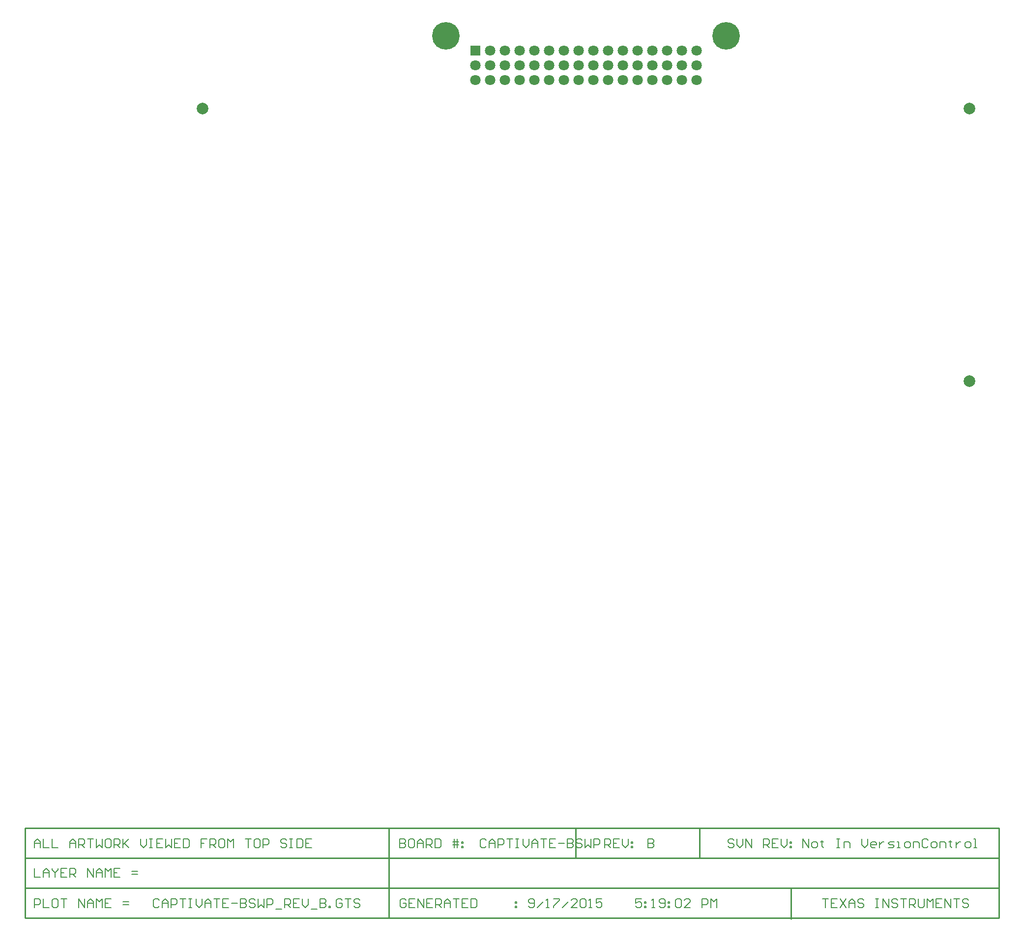
<source format=gts>
%FSAX25Y25*%
%MOIN*%
G70*
G01*
G75*
G04 Layer_Color=8388736*
%ADD10C,0.00787*%
%ADD11C,0.03937*%
%ADD12C,0.00591*%
%ADD13C,0.00600*%
%ADD14C,0.00800*%
%ADD15C,0.01600*%
%ADD16C,0.01000*%
%ADD17C,0.06496*%
%ADD18R,0.06496X0.06496*%
%ADD19C,0.18110*%
%ADD20C,0.04000*%
%ADD21C,0.02500*%
%ADD22C,0.07874*%
%ADD23C,0.07096*%
%ADD24R,0.07096X0.07096*%
%ADD25C,0.18710*%
G54D14*
X0580500Y0052965D02*
X0584499D01*
X0582499D01*
Y0046966D01*
X0590497Y0052965D02*
X0586498D01*
Y0046966D01*
X0590497D01*
X0586498Y0049966D02*
X0588497D01*
X0592496Y0052965D02*
X0596495Y0046966D01*
Y0052965D02*
X0592496Y0046966D01*
X0598494D02*
Y0050965D01*
X0600493Y0052965D01*
X0602493Y0050965D01*
Y0046966D01*
Y0049966D01*
X0598494D01*
X0608491Y0051965D02*
X0607491Y0052965D01*
X0605492D01*
X0604492Y0051965D01*
Y0050965D01*
X0605492Y0049966D01*
X0607491D01*
X0608491Y0048966D01*
Y0047966D01*
X0607491Y0046966D01*
X0605492D01*
X0604492Y0047966D01*
X0616488Y0052965D02*
X0618488D01*
X0617488D01*
Y0046966D01*
X0616488D01*
X0618488D01*
X0621487D02*
Y0052965D01*
X0625486Y0046966D01*
Y0052965D01*
X0631484Y0051965D02*
X0630484Y0052965D01*
X0628484D01*
X0627485Y0051965D01*
Y0050965D01*
X0628484Y0049966D01*
X0630484D01*
X0631484Y0048966D01*
Y0047966D01*
X0630484Y0046966D01*
X0628484D01*
X0627485Y0047966D01*
X0633483Y0052965D02*
X0637482D01*
X0635482D01*
Y0046966D01*
X0639481D02*
Y0052965D01*
X0642480D01*
X0643480Y0051965D01*
Y0049966D01*
X0642480Y0048966D01*
X0639481D01*
X0641480D02*
X0643480Y0046966D01*
X0645479Y0052965D02*
Y0047966D01*
X0646479Y0046966D01*
X0648478D01*
X0649478Y0047966D01*
Y0052965D01*
X0651477Y0046966D02*
Y0052965D01*
X0653476Y0050965D01*
X0655476Y0052965D01*
Y0046966D01*
X0661474Y0052965D02*
X0657475D01*
Y0046966D01*
X0661474D01*
X0657475Y0049966D02*
X0659474D01*
X0663473Y0046966D02*
Y0052965D01*
X0667472Y0046966D01*
Y0052965D01*
X0669471D02*
X0673470D01*
X0671471D01*
Y0046966D01*
X0679468Y0051965D02*
X0678468Y0052965D01*
X0676469D01*
X0675469Y0051965D01*
Y0050965D01*
X0676469Y0049966D01*
X0678468D01*
X0679468Y0048966D01*
Y0047966D01*
X0678468Y0046966D01*
X0676469D01*
X0675469Y0047966D01*
X0458049Y0052965D02*
X0454050D01*
Y0049966D01*
X0456049Y0050965D01*
X0457049D01*
X0458049Y0049966D01*
Y0047966D01*
X0457049Y0046966D01*
X0455050D01*
X0454050Y0047966D01*
X0460048Y0050965D02*
X0461048D01*
Y0049966D01*
X0460048D01*
Y0050965D01*
Y0047966D02*
X0461048D01*
Y0046966D01*
X0460048D01*
Y0047966D01*
X0465046Y0046966D02*
X0467046D01*
X0466046D01*
Y0052965D01*
X0465046Y0051965D01*
X0470045Y0047966D02*
X0471044Y0046966D01*
X0473044D01*
X0474044Y0047966D01*
Y0051965D01*
X0473044Y0052965D01*
X0471044D01*
X0470045Y0051965D01*
Y0050965D01*
X0471044Y0049966D01*
X0474044D01*
X0476043Y0050965D02*
X0477043D01*
Y0049966D01*
X0476043D01*
Y0050965D01*
Y0047966D02*
X0477043D01*
Y0046966D01*
X0476043D01*
Y0047966D01*
X0481041Y0051965D02*
X0482041Y0052965D01*
X0484040D01*
X0485040Y0051965D01*
Y0047966D01*
X0484040Y0046966D01*
X0482041D01*
X0481041Y0047966D01*
Y0051965D01*
X0491038Y0046966D02*
X0487039D01*
X0491038Y0050965D01*
Y0051965D01*
X0490038Y0052965D01*
X0488039D01*
X0487039Y0051965D01*
X0499035Y0046966D02*
Y0052965D01*
X0502035D01*
X0503034Y0051965D01*
Y0049966D01*
X0502035Y0048966D01*
X0499035D01*
X0505033Y0046966D02*
Y0052965D01*
X0507033Y0050965D01*
X0509032Y0052965D01*
Y0046966D01*
X0046350D02*
Y0052965D01*
X0049349D01*
X0050349Y0051965D01*
Y0049966D01*
X0049349Y0048966D01*
X0046350D01*
X0052348Y0052965D02*
Y0046966D01*
X0056347D01*
X0061345Y0052965D02*
X0059346D01*
X0058346Y0051965D01*
Y0047966D01*
X0059346Y0046966D01*
X0061345D01*
X0062345Y0047966D01*
Y0051965D01*
X0061345Y0052965D01*
X0064344D02*
X0068343D01*
X0066343D01*
Y0046966D01*
X0076340D02*
Y0052965D01*
X0080339Y0046966D01*
Y0052965D01*
X0082338Y0046966D02*
Y0050965D01*
X0084338Y0052965D01*
X0086337Y0050965D01*
Y0046966D01*
Y0049966D01*
X0082338D01*
X0088336Y0046966D02*
Y0052965D01*
X0090336Y0050965D01*
X0092335Y0052965D01*
Y0046966D01*
X0098333Y0052965D02*
X0094335D01*
Y0046966D01*
X0098333D01*
X0094335Y0049966D02*
X0096334D01*
X0106331Y0048966D02*
X0110329D01*
X0106331Y0050965D02*
X0110329D01*
X0046350Y0073549D02*
Y0067551D01*
X0050349D01*
X0052348D02*
Y0071549D01*
X0054347Y0073549D01*
X0056347Y0071549D01*
Y0067551D01*
Y0070550D01*
X0052348D01*
X0058346Y0073549D02*
Y0072549D01*
X0060346Y0070550D01*
X0062345Y0072549D01*
Y0073549D01*
X0060346Y0070550D02*
Y0067551D01*
X0068343Y0073549D02*
X0064344D01*
Y0067551D01*
X0068343D01*
X0064344Y0070550D02*
X0066343D01*
X0070342Y0067551D02*
Y0073549D01*
X0073341D01*
X0074341Y0072549D01*
Y0070550D01*
X0073341Y0069550D01*
X0070342D01*
X0072342D02*
X0074341Y0067551D01*
X0082338D02*
Y0073549D01*
X0086337Y0067551D01*
Y0073549D01*
X0088336Y0067551D02*
Y0071549D01*
X0090336Y0073549D01*
X0092335Y0071549D01*
Y0067551D01*
Y0070550D01*
X0088336D01*
X0094335Y0067551D02*
Y0073549D01*
X0096334Y0071549D01*
X0098333Y0073549D01*
Y0067551D01*
X0104331Y0073549D02*
X0100332D01*
Y0067551D01*
X0104331D01*
X0100332Y0070550D02*
X0102332D01*
X0112329Y0069550D02*
X0116327D01*
X0112329Y0071549D02*
X0116327D01*
X0294000Y0093831D02*
Y0087833D01*
X0296999D01*
X0297999Y0088833D01*
Y0089833D01*
X0296999Y0090832D01*
X0294000D01*
X0296999D01*
X0297999Y0091832D01*
Y0092832D01*
X0296999Y0093831D01*
X0294000D01*
X0302997D02*
X0300998D01*
X0299998Y0092832D01*
Y0088833D01*
X0300998Y0087833D01*
X0302997D01*
X0303997Y0088833D01*
Y0092832D01*
X0302997Y0093831D01*
X0305996Y0087833D02*
Y0091832D01*
X0307996Y0093831D01*
X0309995Y0091832D01*
Y0087833D01*
Y0090832D01*
X0305996D01*
X0311994Y0087833D02*
Y0093831D01*
X0314993D01*
X0315993Y0092832D01*
Y0090832D01*
X0314993Y0089833D01*
X0311994D01*
X0313994D02*
X0315993Y0087833D01*
X0317992Y0093831D02*
Y0087833D01*
X0320991D01*
X0321991Y0088833D01*
Y0092832D01*
X0320991Y0093831D01*
X0317992D01*
X0330988Y0087833D02*
Y0093831D01*
X0332987D02*
Y0087833D01*
X0329988Y0091832D02*
X0332987D01*
X0333987D01*
X0329988Y0089833D02*
X0333987D01*
X0335986Y0091832D02*
X0336986D01*
Y0090832D01*
X0335986D01*
Y0091832D01*
Y0088833D02*
X0336986D01*
Y0087833D01*
X0335986D01*
Y0088833D01*
X0352549Y0092832D02*
X0351549Y0093831D01*
X0349550D01*
X0348550Y0092832D01*
Y0088833D01*
X0349550Y0087833D01*
X0351549D01*
X0352549Y0088833D01*
X0354548Y0087833D02*
Y0091832D01*
X0356547Y0093831D01*
X0358547Y0091832D01*
Y0087833D01*
Y0090832D01*
X0354548D01*
X0360546Y0087833D02*
Y0093831D01*
X0363545D01*
X0364545Y0092832D01*
Y0090832D01*
X0363545Y0089833D01*
X0360546D01*
X0366544Y0093831D02*
X0370543D01*
X0368544D01*
Y0087833D01*
X0372542Y0093831D02*
X0374542D01*
X0373542D01*
Y0087833D01*
X0372542D01*
X0374542D01*
X0377541Y0093831D02*
Y0089833D01*
X0379540Y0087833D01*
X0381539Y0089833D01*
Y0093831D01*
X0383539Y0087833D02*
Y0091832D01*
X0385538Y0093831D01*
X0387537Y0091832D01*
Y0087833D01*
Y0090832D01*
X0383539D01*
X0389537Y0093831D02*
X0393535D01*
X0391536D01*
Y0087833D01*
X0399534Y0093831D02*
X0395535D01*
Y0087833D01*
X0399534D01*
X0395535Y0090832D02*
X0397534D01*
X0401533D02*
X0405532D01*
X0407531Y0093831D02*
Y0087833D01*
X0410530D01*
X0411530Y0088833D01*
Y0089833D01*
X0410530Y0090832D01*
X0407531D01*
X0410530D01*
X0411530Y0091832D01*
Y0092832D01*
X0410530Y0093831D01*
X0407531D01*
X0417528Y0092832D02*
X0416528Y0093831D01*
X0414529D01*
X0413529Y0092832D01*
Y0091832D01*
X0414529Y0090832D01*
X0416528D01*
X0417528Y0089833D01*
Y0088833D01*
X0416528Y0087833D01*
X0414529D01*
X0413529Y0088833D01*
X0419527Y0093831D02*
Y0087833D01*
X0421526Y0089833D01*
X0423526Y0087833D01*
Y0093831D01*
X0425525Y0087833D02*
Y0093831D01*
X0428524D01*
X0429524Y0092832D01*
Y0090832D01*
X0428524Y0089833D01*
X0425525D01*
X0462150Y0093831D02*
Y0087833D01*
X0465149D01*
X0466149Y0088833D01*
Y0089833D01*
X0465149Y0090832D01*
X0462150D01*
X0465149D01*
X0466149Y0091832D01*
Y0092832D01*
X0465149Y0093831D01*
X0462150D01*
X0046350Y0087833D02*
Y0091832D01*
X0048349Y0093831D01*
X0050349Y0091832D01*
Y0087833D01*
Y0090832D01*
X0046350D01*
X0052348Y0093831D02*
Y0087833D01*
X0056347D01*
X0058346Y0093831D02*
Y0087833D01*
X0062345D01*
X0070342D02*
Y0091832D01*
X0072342Y0093831D01*
X0074341Y0091832D01*
Y0087833D01*
Y0090832D01*
X0070342D01*
X0076340Y0087833D02*
Y0093831D01*
X0079339D01*
X0080339Y0092832D01*
Y0090832D01*
X0079339Y0089833D01*
X0076340D01*
X0078340D02*
X0080339Y0087833D01*
X0082338Y0093831D02*
X0086337D01*
X0084338D01*
Y0087833D01*
X0088336Y0093831D02*
Y0087833D01*
X0090336Y0089833D01*
X0092335Y0087833D01*
Y0093831D01*
X0097334D02*
X0095334D01*
X0094335Y0092832D01*
Y0088833D01*
X0095334Y0087833D01*
X0097334D01*
X0098333Y0088833D01*
Y0092832D01*
X0097334Y0093831D01*
X0100332Y0087833D02*
Y0093831D01*
X0103332D01*
X0104331Y0092832D01*
Y0090832D01*
X0103332Y0089833D01*
X0100332D01*
X0102332D02*
X0104331Y0087833D01*
X0106331Y0093831D02*
Y0087833D01*
Y0089833D01*
X0110329Y0093831D01*
X0107330Y0090832D01*
X0110329Y0087833D01*
X0118327Y0093831D02*
Y0089833D01*
X0120326Y0087833D01*
X0122325Y0089833D01*
Y0093831D01*
X0124325D02*
X0126324D01*
X0125324D01*
Y0087833D01*
X0124325D01*
X0126324D01*
X0133322Y0093831D02*
X0129323D01*
Y0087833D01*
X0133322D01*
X0129323Y0090832D02*
X0131323D01*
X0135321Y0093831D02*
Y0087833D01*
X0137321Y0089833D01*
X0139320Y0087833D01*
Y0093831D01*
X0145318D02*
X0141319D01*
Y0087833D01*
X0145318D01*
X0141319Y0090832D02*
X0143319D01*
X0147317Y0093831D02*
Y0087833D01*
X0150316D01*
X0151316Y0088833D01*
Y0092832D01*
X0150316Y0093831D01*
X0147317D01*
X0163312D02*
X0159313D01*
Y0090832D01*
X0161313D01*
X0159313D01*
Y0087833D01*
X0165312D02*
Y0093831D01*
X0168310D01*
X0169310Y0092832D01*
Y0090832D01*
X0168310Y0089833D01*
X0165312D01*
X0167311D02*
X0169310Y0087833D01*
X0174309Y0093831D02*
X0172309D01*
X0171310Y0092832D01*
Y0088833D01*
X0172309Y0087833D01*
X0174309D01*
X0175308Y0088833D01*
Y0092832D01*
X0174309Y0093831D01*
X0177308Y0087833D02*
Y0093831D01*
X0179307Y0091832D01*
X0181306Y0093831D01*
Y0087833D01*
X0189304Y0093831D02*
X0193303D01*
X0191303D01*
Y0087833D01*
X0198301Y0093831D02*
X0196301D01*
X0195302Y0092832D01*
Y0088833D01*
X0196301Y0087833D01*
X0198301D01*
X0199301Y0088833D01*
Y0092832D01*
X0198301Y0093831D01*
X0201300Y0087833D02*
Y0093831D01*
X0204299D01*
X0205299Y0092832D01*
Y0090832D01*
X0204299Y0089833D01*
X0201300D01*
X0217295Y0092832D02*
X0216295Y0093831D01*
X0214296D01*
X0213296Y0092832D01*
Y0091832D01*
X0214296Y0090832D01*
X0216295D01*
X0217295Y0089833D01*
Y0088833D01*
X0216295Y0087833D01*
X0214296D01*
X0213296Y0088833D01*
X0219294Y0093831D02*
X0221293D01*
X0220294D01*
Y0087833D01*
X0219294D01*
X0221293D01*
X0224292Y0093831D02*
Y0087833D01*
X0227291D01*
X0228291Y0088833D01*
Y0092832D01*
X0227291Y0093831D01*
X0224292D01*
X0234289D02*
X0230291D01*
Y0087833D01*
X0234289D01*
X0230291Y0090832D02*
X0232290D01*
X0298199Y0051965D02*
X0297199Y0052965D01*
X0295200D01*
X0294200Y0051965D01*
Y0047966D01*
X0295200Y0046966D01*
X0297199D01*
X0298199Y0047966D01*
Y0049966D01*
X0296199D01*
X0304197Y0052965D02*
X0300198D01*
Y0046966D01*
X0304197D01*
X0300198Y0049966D02*
X0302197D01*
X0306196Y0046966D02*
Y0052965D01*
X0310195Y0046966D01*
Y0052965D01*
X0316193D02*
X0312194D01*
Y0046966D01*
X0316193D01*
X0312194Y0049966D02*
X0314194D01*
X0318192Y0046966D02*
Y0052965D01*
X0321191D01*
X0322191Y0051965D01*
Y0049966D01*
X0321191Y0048966D01*
X0318192D01*
X0320192D02*
X0322191Y0046966D01*
X0324190D02*
Y0050965D01*
X0326190Y0052965D01*
X0328189Y0050965D01*
Y0046966D01*
Y0049966D01*
X0324190D01*
X0330188Y0052965D02*
X0334187D01*
X0332188D01*
Y0046966D01*
X0340185Y0052965D02*
X0336186D01*
Y0046966D01*
X0340185D01*
X0336186Y0049966D02*
X0338186D01*
X0342184Y0052965D02*
Y0046966D01*
X0345183D01*
X0346183Y0047966D01*
Y0051965D01*
X0345183Y0052965D01*
X0342184D01*
X0372175Y0050965D02*
X0373175D01*
Y0049966D01*
X0372175D01*
Y0050965D01*
Y0047966D02*
X0373175D01*
Y0046966D01*
X0372175D01*
Y0047966D01*
X0381150D02*
X0382150Y0046966D01*
X0384149D01*
X0385149Y0047966D01*
Y0051965D01*
X0384149Y0052965D01*
X0382150D01*
X0381150Y0051965D01*
Y0050965D01*
X0382150Y0049966D01*
X0385149D01*
X0387148Y0046966D02*
X0391147Y0050965D01*
X0393146Y0046966D02*
X0395146D01*
X0394146D01*
Y0052965D01*
X0393146Y0051965D01*
X0398145Y0052965D02*
X0402143D01*
Y0051965D01*
X0398145Y0047966D01*
Y0046966D01*
X0404143D02*
X0408141Y0050965D01*
X0414139Y0046966D02*
X0410141D01*
X0414139Y0050965D01*
Y0051965D01*
X0413140Y0052965D01*
X0411140D01*
X0410141Y0051965D01*
X0416139D02*
X0417138Y0052965D01*
X0419138D01*
X0420137Y0051965D01*
Y0047966D01*
X0419138Y0046966D01*
X0417138D01*
X0416139Y0047966D01*
Y0051965D01*
X0422137Y0046966D02*
X0424136D01*
X0423136D01*
Y0052965D01*
X0422137Y0051965D01*
X0431134Y0052965D02*
X0427135D01*
Y0049966D01*
X0429135Y0050965D01*
X0430134D01*
X0431134Y0049966D01*
Y0047966D01*
X0430134Y0046966D01*
X0428135D01*
X0427135Y0047966D01*
X0130899Y0051965D02*
X0129899Y0052965D01*
X0127900D01*
X0126900Y0051965D01*
Y0047966D01*
X0127900Y0046966D01*
X0129899D01*
X0130899Y0047966D01*
X0132898Y0046966D02*
Y0050965D01*
X0134897Y0052965D01*
X0136897Y0050965D01*
Y0046966D01*
Y0049966D01*
X0132898D01*
X0138896Y0046966D02*
Y0052965D01*
X0141895D01*
X0142895Y0051965D01*
Y0049966D01*
X0141895Y0048966D01*
X0138896D01*
X0144894Y0052965D02*
X0148893D01*
X0146894D01*
Y0046966D01*
X0150892Y0052965D02*
X0152892D01*
X0151892D01*
Y0046966D01*
X0150892D01*
X0152892D01*
X0155891Y0052965D02*
Y0048966D01*
X0157890Y0046966D01*
X0159889Y0048966D01*
Y0052965D01*
X0161889Y0046966D02*
Y0050965D01*
X0163888Y0052965D01*
X0165887Y0050965D01*
Y0046966D01*
Y0049966D01*
X0161889D01*
X0167887Y0052965D02*
X0171885D01*
X0169886D01*
Y0046966D01*
X0177884Y0052965D02*
X0173885D01*
Y0046966D01*
X0177884D01*
X0173885Y0049966D02*
X0175884D01*
X0179883D02*
X0183882D01*
X0185881Y0052965D02*
Y0046966D01*
X0188880D01*
X0189880Y0047966D01*
Y0048966D01*
X0188880Y0049966D01*
X0185881D01*
X0188880D01*
X0189880Y0050965D01*
Y0051965D01*
X0188880Y0052965D01*
X0185881D01*
X0195878Y0051965D02*
X0194878Y0052965D01*
X0192879D01*
X0191879Y0051965D01*
Y0050965D01*
X0192879Y0049966D01*
X0194878D01*
X0195878Y0048966D01*
Y0047966D01*
X0194878Y0046966D01*
X0192879D01*
X0191879Y0047966D01*
X0197877Y0052965D02*
Y0046966D01*
X0199876Y0048966D01*
X0201876Y0046966D01*
Y0052965D01*
X0203875Y0046966D02*
Y0052965D01*
X0206874D01*
X0207874Y0051965D01*
Y0049966D01*
X0206874Y0048966D01*
X0203875D01*
X0209873Y0045967D02*
X0213872D01*
X0215871Y0046966D02*
Y0052965D01*
X0218870D01*
X0219870Y0051965D01*
Y0049966D01*
X0218870Y0048966D01*
X0215871D01*
X0217871D02*
X0219870Y0046966D01*
X0225868Y0052965D02*
X0221869D01*
Y0046966D01*
X0225868D01*
X0221869Y0049966D02*
X0223869D01*
X0227867Y0052965D02*
Y0048966D01*
X0229867Y0046966D01*
X0231866Y0048966D01*
Y0052965D01*
X0233865Y0045967D02*
X0237864D01*
X0239863Y0052965D02*
Y0046966D01*
X0242863D01*
X0243862Y0047966D01*
Y0048966D01*
X0242863Y0049966D01*
X0239863D01*
X0242863D01*
X0243862Y0050965D01*
Y0051965D01*
X0242863Y0052965D01*
X0239863D01*
X0245862Y0046966D02*
Y0047966D01*
X0246861D01*
Y0046966D01*
X0245862D01*
X0254859Y0051965D02*
X0253859Y0052965D01*
X0251860D01*
X0250860Y0051965D01*
Y0047966D01*
X0251860Y0046966D01*
X0253859D01*
X0254859Y0047966D01*
Y0049966D01*
X0252859D01*
X0256858Y0052965D02*
X0260857D01*
X0258857D01*
Y0046966D01*
X0266855Y0051965D02*
X0265855Y0052965D01*
X0263856D01*
X0262856Y0051965D01*
Y0050965D01*
X0263856Y0049966D01*
X0265855D01*
X0266855Y0048966D01*
Y0047966D01*
X0265855Y0046966D01*
X0263856D01*
X0262856Y0047966D01*
X0433000Y0087833D02*
Y0093831D01*
X0435999D01*
X0436999Y0092832D01*
Y0090832D01*
X0435999Y0089833D01*
X0433000D01*
X0434999D02*
X0436999Y0087833D01*
X0442997Y0093831D02*
X0438998D01*
Y0087833D01*
X0442997D01*
X0438998Y0090832D02*
X0440997D01*
X0444996Y0093831D02*
Y0089833D01*
X0446995Y0087833D01*
X0448995Y0089833D01*
Y0093831D01*
X0450994Y0091832D02*
X0451994D01*
Y0090832D01*
X0450994D01*
Y0091832D01*
Y0088833D02*
X0451994D01*
Y0087833D01*
X0450994D01*
Y0088833D01*
X0520799Y0092832D02*
X0519799Y0093831D01*
X0517800D01*
X0516800Y0092832D01*
Y0091832D01*
X0517800Y0090832D01*
X0519799D01*
X0520799Y0089833D01*
Y0088833D01*
X0519799Y0087833D01*
X0517800D01*
X0516800Y0088833D01*
X0522798Y0093831D02*
Y0089833D01*
X0524797Y0087833D01*
X0526797Y0089833D01*
Y0093831D01*
X0528796Y0087833D02*
Y0093831D01*
X0532795Y0087833D01*
Y0093831D01*
X0540792Y0087833D02*
Y0093831D01*
X0543791D01*
X0544791Y0092832D01*
Y0090832D01*
X0543791Y0089833D01*
X0540792D01*
X0542792D02*
X0544791Y0087833D01*
X0550789Y0093831D02*
X0546790D01*
Y0087833D01*
X0550789D01*
X0546790Y0090832D02*
X0548790D01*
X0552788Y0093831D02*
Y0089833D01*
X0554788Y0087833D01*
X0556787Y0089833D01*
Y0093831D01*
X0558786Y0091832D02*
X0559786D01*
Y0090832D01*
X0558786D01*
Y0091832D01*
Y0088833D02*
X0559786D01*
Y0087833D01*
X0558786D01*
Y0088833D01*
X0567400Y0087833D02*
Y0093831D01*
X0571399Y0087833D01*
Y0093831D01*
X0574398Y0087833D02*
X0576397D01*
X0577397Y0088833D01*
Y0090832D01*
X0576397Y0091832D01*
X0574398D01*
X0573398Y0090832D01*
Y0088833D01*
X0574398Y0087833D01*
X0580396Y0092832D02*
Y0091832D01*
X0579396D01*
X0581395D01*
X0580396D01*
Y0088833D01*
X0581395Y0087833D01*
X0590393Y0093831D02*
X0592392D01*
X0591392D01*
Y0087833D01*
X0590393D01*
X0592392D01*
X0595391D02*
Y0091832D01*
X0598390D01*
X0599390Y0090832D01*
Y0087833D01*
X0607387Y0093831D02*
Y0089833D01*
X0609386Y0087833D01*
X0611386Y0089833D01*
Y0093831D01*
X0616384Y0087833D02*
X0614385D01*
X0613385Y0088833D01*
Y0090832D01*
X0614385Y0091832D01*
X0616384D01*
X0617384Y0090832D01*
Y0089833D01*
X0613385D01*
X0619383Y0091832D02*
Y0087833D01*
Y0089833D01*
X0620383Y0090832D01*
X0621383Y0091832D01*
X0622382D01*
X0625381Y0087833D02*
X0628380D01*
X0629380Y0088833D01*
X0628380Y0089833D01*
X0626381D01*
X0625381Y0090832D01*
X0626381Y0091832D01*
X0629380D01*
X0631379Y0087833D02*
X0633379D01*
X0632379D01*
Y0091832D01*
X0631379D01*
X0637377Y0087833D02*
X0639377D01*
X0640376Y0088833D01*
Y0090832D01*
X0639377Y0091832D01*
X0637377D01*
X0636378Y0090832D01*
Y0088833D01*
X0637377Y0087833D01*
X0642376D02*
Y0091832D01*
X0645375D01*
X0646374Y0090832D01*
Y0087833D01*
X0652373Y0092832D02*
X0651373Y0093831D01*
X0649373D01*
X0648374Y0092832D01*
Y0088833D01*
X0649373Y0087833D01*
X0651373D01*
X0652373Y0088833D01*
X0655372Y0087833D02*
X0657371D01*
X0658371Y0088833D01*
Y0090832D01*
X0657371Y0091832D01*
X0655372D01*
X0654372Y0090832D01*
Y0088833D01*
X0655372Y0087833D01*
X0660370D02*
Y0091832D01*
X0663369D01*
X0664369Y0090832D01*
Y0087833D01*
X0667368Y0092832D02*
Y0091832D01*
X0666368D01*
X0668367D01*
X0667368D01*
Y0088833D01*
X0668367Y0087833D01*
X0671366Y0091832D02*
Y0087833D01*
Y0089833D01*
X0672366Y0090832D01*
X0673366Y0091832D01*
X0674365D01*
X0678364Y0087833D02*
X0680364D01*
X0681363Y0088833D01*
Y0090832D01*
X0680364Y0091832D01*
X0678364D01*
X0677364Y0090832D01*
Y0088833D01*
X0678364Y0087833D01*
X0683362D02*
X0685362D01*
X0684362D01*
Y0093831D01*
X0683362D01*
G54D16*
X0559400Y0039400D02*
Y0059683D01*
X0440500Y0040050D02*
X0700200D01*
Y0101050D01*
X0286500Y0040050D02*
Y0101050D01*
X0040000Y0040050D02*
Y0101050D01*
X0040050Y0040050D02*
X0197600D01*
X0040050D02*
Y0101050D01*
Y0101050D02*
X0700200D01*
X0040000Y0040050D02*
X0440500D01*
X0040000Y0060383D02*
X0700000D01*
X0040000Y0080717D02*
X0700200D01*
X0413200D02*
Y0101050D01*
X0497200Y0080717D02*
Y0101050D01*
G54D22*
X0680200Y0589400D02*
D03*
Y0404400D02*
D03*
X0160200Y0589400D02*
D03*
G54D23*
X0445200Y0628534D02*
D03*
X0415200D02*
D03*
X0385200D02*
D03*
X0355200D02*
D03*
X0465200D02*
D03*
X0475200D02*
D03*
X0485200D02*
D03*
X0495200D02*
D03*
X0465200Y0618534D02*
D03*
X0475200D02*
D03*
X0485200D02*
D03*
X0495200D02*
D03*
X0465200Y0608534D02*
D03*
X0475200D02*
D03*
X0485200D02*
D03*
X0495200D02*
D03*
X0455200Y0628534D02*
D03*
X0435200D02*
D03*
X0425200D02*
D03*
X0405200D02*
D03*
X0395200D02*
D03*
X0375200D02*
D03*
X0365200D02*
D03*
X0455200Y0608534D02*
D03*
X0435200D02*
D03*
X0425200D02*
D03*
X0405200D02*
D03*
X0395200D02*
D03*
X0375200D02*
D03*
X0365200D02*
D03*
X0345200D02*
D03*
X0445200Y0618534D02*
D03*
X0415200D02*
D03*
X0385200D02*
D03*
X0355200D02*
D03*
X0455200D02*
D03*
X0435200D02*
D03*
X0425200D02*
D03*
X0405200D02*
D03*
X0395200D02*
D03*
X0375200D02*
D03*
X0365200D02*
D03*
X0345200D02*
D03*
X0445200Y0608534D02*
D03*
X0415200D02*
D03*
X0385200D02*
D03*
X0355200D02*
D03*
G54D24*
X0345200Y0628534D02*
D03*
G54D25*
X0325200Y0638534D02*
D03*
X0515200D02*
D03*
M02*

</source>
